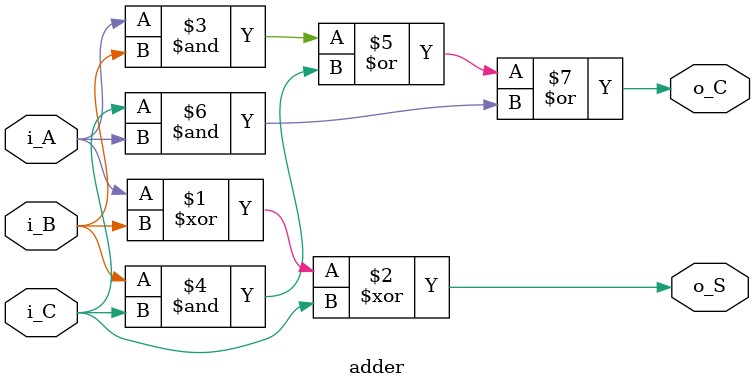
<source format=v>
`timescale 1ns / 1ps

module adder(i_A, i_B, i_C, o_S, o_C);

    input   i_A ;
    input   i_B ;
    input   i_C ;
    output  o_S ;
    output  o_C ;
    
    assign o_S = i_A ^ i_B ^ i_C;
    assign o_C = (i_A & i_B) | (i_B & i_C) | (i_C & i_A);
    
    
endmodule

</source>
